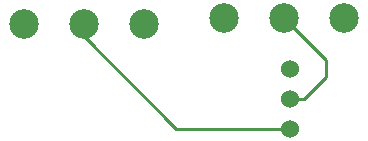
<source format=gbr>
%TF.GenerationSoftware,KiCad,Pcbnew,(6.0.2)*%
%TF.CreationDate,2022-03-02T15:34:03+00:00*%
%TF.ProjectId,305_Side_Hotswap,3330355f-5369-4646-955f-486f74737761,rev?*%
%TF.SameCoordinates,Original*%
%TF.FileFunction,Copper,L1,Top*%
%TF.FilePolarity,Positive*%
%FSLAX46Y46*%
G04 Gerber Fmt 4.6, Leading zero omitted, Abs format (unit mm)*
G04 Created by KiCad (PCBNEW (6.0.2)) date 2022-03-02 15:34:03*
%MOMM*%
%LPD*%
G01*
G04 APERTURE LIST*
%TA.AperFunction,ComponentPad*%
%ADD10C,2.500000*%
%TD*%
%TA.AperFunction,ComponentPad*%
%ADD11C,1.524000*%
%TD*%
%TA.AperFunction,Conductor*%
%ADD12C,0.250000*%
%TD*%
G04 APERTURE END LIST*
D10*
%TO.P,SW2,1,COM*%
%TO.N,GND*%
X38880000Y-20820000D03*
%TO.P,SW2,2,NO*%
%TO.N,Forward*%
X43960000Y-20820000D03*
%TO.P,SW2,3,NC*%
%TO.N,unconnected-(SW2-Pad3)*%
X49040000Y-20820000D03*
%TD*%
%TO.P,SW1,1,COM*%
%TO.N,GND*%
X55880000Y-20320000D03*
%TO.P,SW1,2,NO*%
%TO.N,Back*%
X60960000Y-20320000D03*
%TO.P,SW1,3,NC*%
%TO.N,unconnected-(SW1-Pad3)*%
X66040000Y-20320000D03*
%TD*%
D11*
%TO.P,U1,1,1*%
%TO.N,GND*%
X61460000Y-24590000D03*
%TO.P,U1,2,2*%
%TO.N,Back*%
X61460000Y-27130000D03*
%TO.P,U1,3,3*%
%TO.N,Forward*%
X61460000Y-29670000D03*
%TD*%
D12*
%TO.N,Forward*%
X43960000Y-21820000D02*
X51810000Y-29670000D01*
X51810000Y-29670000D02*
X61460000Y-29670000D01*
X43960000Y-20820000D02*
X43960000Y-21820000D01*
%TO.N,Back*%
X60946004Y-20158315D02*
X60932621Y-20153479D01*
X60960000Y-20172311D02*
X60946004Y-20158315D01*
X60960000Y-20320000D02*
X60960000Y-20172311D01*
X64460000Y-23820000D02*
X64460000Y-25320000D01*
X62650000Y-27130000D02*
X61460000Y-27130000D01*
X64460000Y-25320000D02*
X62650000Y-27130000D01*
X60960000Y-20320000D02*
X64460000Y-23820000D01*
%TD*%
M02*

</source>
